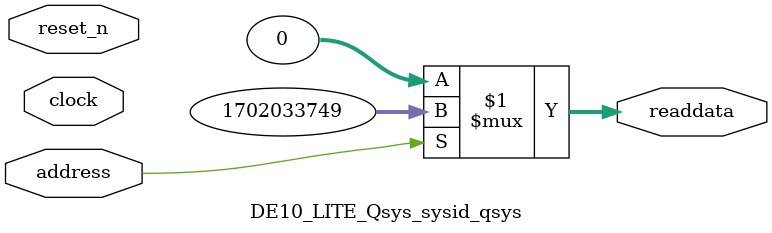
<source format=v>



// synthesis translate_off
`timescale 1ns / 1ps
// synthesis translate_on

// turn off superfluous verilog processor warnings 
// altera message_level Level1 
// altera message_off 10034 10035 10036 10037 10230 10240 10030 

module DE10_LITE_Qsys_sysid_qsys (
               // inputs:
                address,
                clock,
                reset_n,

               // outputs:
                readdata
             )
;

  output  [ 31: 0] readdata;
  input            address;
  input            clock;
  input            reset_n;

  wire    [ 31: 0] readdata;
  //control_slave, which is an e_avalon_slave
  assign readdata = address ? 1702033749 : 0;

endmodule



</source>
